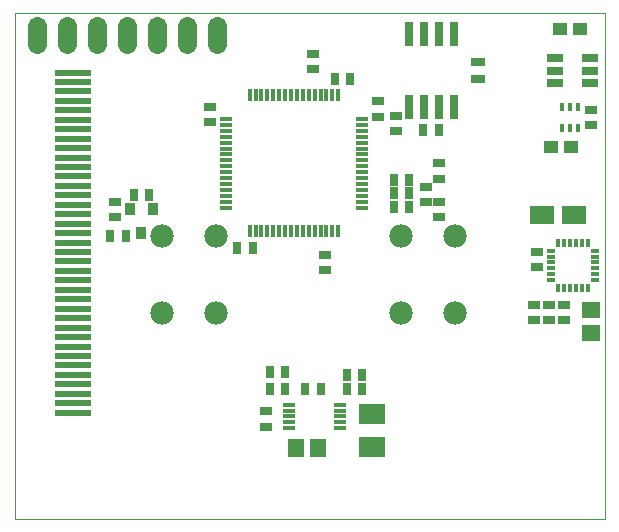
<source format=gbs>
G75*
%MOIN*%
%OFA0B0*%
%FSLAX25Y25*%
%IPPOS*%
%LPD*%
%AMOC8*
5,1,8,0,0,1.08239X$1,22.5*
%
%ADD10C,0.00000*%
%ADD11R,0.04337X0.01266*%
%ADD12R,0.01266X0.04337*%
%ADD13R,0.01542X0.02900*%
%ADD14R,0.01542X0.03156*%
%ADD15R,0.02900X0.01542*%
%ADD16R,0.03156X0.01542*%
%ADD17R,0.12211X0.01975*%
%ADD18R,0.01581X0.02959*%
%ADD19R,0.09061X0.06699*%
%ADD20R,0.03943X0.01542*%
%ADD21R,0.03156X0.03943*%
%ADD22R,0.03943X0.03156*%
%ADD23R,0.05518X0.06306*%
%ADD24R,0.05518X0.03156*%
%ADD25R,0.04731X0.02762*%
%ADD26R,0.03500X0.03900*%
%ADD27C,0.07800*%
%ADD28R,0.04731X0.04337*%
%ADD29R,0.06306X0.05518*%
%ADD30R,0.03000X0.08400*%
%ADD31R,0.08077X0.06306*%
%ADD32C,0.06400*%
D10*
X0001113Y0001800D02*
X0001113Y0170698D01*
X0197767Y0170698D01*
X0197767Y0001800D01*
X0001113Y0001800D01*
D11*
X0071546Y0105698D03*
X0071546Y0107666D03*
X0071546Y0109635D03*
X0071546Y0111603D03*
X0071546Y0113572D03*
X0071546Y0115540D03*
X0071546Y0117509D03*
X0071546Y0119477D03*
X0071546Y0121446D03*
X0071546Y0123414D03*
X0071546Y0125383D03*
X0071546Y0127351D03*
X0071546Y0129320D03*
X0071546Y0131288D03*
X0071546Y0133257D03*
X0071546Y0135225D03*
X0116822Y0135225D03*
X0116822Y0133257D03*
X0116822Y0131288D03*
X0116822Y0129320D03*
X0116822Y0127351D03*
X0116822Y0125383D03*
X0116822Y0123414D03*
X0116822Y0121446D03*
X0116822Y0119477D03*
X0116822Y0117509D03*
X0116822Y0115540D03*
X0116822Y0113572D03*
X0116822Y0111603D03*
X0116822Y0109635D03*
X0116822Y0107666D03*
X0116822Y0105698D03*
D12*
X0108948Y0097824D03*
X0106979Y0097824D03*
X0105011Y0097824D03*
X0103042Y0097824D03*
X0101074Y0097824D03*
X0099105Y0097824D03*
X0097137Y0097824D03*
X0095168Y0097824D03*
X0093200Y0097824D03*
X0091231Y0097824D03*
X0089263Y0097824D03*
X0087294Y0097824D03*
X0085326Y0097824D03*
X0083357Y0097824D03*
X0081389Y0097824D03*
X0079420Y0097824D03*
X0079420Y0143099D03*
X0081389Y0143099D03*
X0083357Y0143099D03*
X0085326Y0143099D03*
X0087294Y0143099D03*
X0089263Y0143099D03*
X0091231Y0143099D03*
X0093200Y0143099D03*
X0095168Y0143099D03*
X0097137Y0143099D03*
X0099105Y0143099D03*
X0101074Y0143099D03*
X0103042Y0143099D03*
X0105011Y0143099D03*
X0106979Y0143099D03*
X0108948Y0143099D03*
D13*
X0182215Y0093828D03*
X0192058Y0093828D03*
X0192058Y0079064D03*
X0182215Y0079064D03*
D14*
X0184184Y0079064D03*
X0186152Y0079064D03*
X0188121Y0079064D03*
X0190089Y0079064D03*
X0190089Y0093828D03*
X0188121Y0093828D03*
X0186152Y0093828D03*
X0184184Y0093828D03*
D15*
X0179755Y0091367D03*
X0179755Y0081524D03*
X0194519Y0081524D03*
X0194519Y0091367D03*
D16*
X0194519Y0089398D03*
X0194519Y0087430D03*
X0194519Y0085461D03*
X0194519Y0083493D03*
X0179755Y0083493D03*
X0179755Y0085461D03*
X0179755Y0087430D03*
X0179755Y0089398D03*
D17*
X0020483Y0090894D03*
X0020483Y0094044D03*
X0020483Y0097194D03*
X0020483Y0100343D03*
X0020483Y0103493D03*
X0020483Y0106643D03*
X0020483Y0109792D03*
X0020483Y0112942D03*
X0020483Y0116091D03*
X0020483Y0119241D03*
X0020483Y0122391D03*
X0020483Y0125540D03*
X0020483Y0128690D03*
X0020483Y0131839D03*
X0020483Y0134989D03*
X0020483Y0138139D03*
X0020483Y0141288D03*
X0020483Y0144438D03*
X0020483Y0147587D03*
X0020483Y0150737D03*
X0020483Y0087745D03*
X0020483Y0084595D03*
X0020483Y0081446D03*
X0020483Y0078296D03*
X0020483Y0075146D03*
X0020483Y0071997D03*
X0020483Y0068847D03*
X0020483Y0065698D03*
X0020483Y0062548D03*
X0020483Y0059398D03*
X0020483Y0056249D03*
X0020483Y0053099D03*
X0020483Y0049950D03*
X0020483Y0046800D03*
X0020483Y0043650D03*
X0020483Y0040501D03*
X0020483Y0037351D03*
D18*
X0183593Y0132115D03*
X0186152Y0132115D03*
X0188711Y0132115D03*
X0188711Y0139202D03*
X0186152Y0139202D03*
X0183593Y0139202D03*
D19*
X0120207Y0036839D03*
X0120207Y0025816D03*
D20*
X0109617Y0032154D03*
X0109617Y0034123D03*
X0109617Y0036091D03*
X0109617Y0038060D03*
X0109617Y0040028D03*
X0092688Y0040028D03*
X0092688Y0038060D03*
X0092688Y0036091D03*
X0092688Y0034123D03*
X0092688Y0032154D03*
D21*
X0091270Y0045107D03*
X0086152Y0045107D03*
X0086152Y0051013D03*
X0091270Y0051013D03*
X0097963Y0045107D03*
X0103081Y0045107D03*
X0111743Y0045107D03*
X0111743Y0050028D03*
X0116861Y0050028D03*
X0116861Y0045107D03*
X0080444Y0092351D03*
X0075326Y0092351D03*
X0045995Y0110068D03*
X0040877Y0110068D03*
X0038121Y0096288D03*
X0033003Y0096288D03*
X0107806Y0148454D03*
X0112924Y0148454D03*
X0137333Y0131721D03*
X0142452Y0131721D03*
X0132609Y0114989D03*
X0132609Y0110461D03*
X0132609Y0105934D03*
X0127491Y0105934D03*
X0127491Y0110461D03*
X0127491Y0114989D03*
D22*
X0138121Y0112627D03*
X0138121Y0107509D03*
X0142648Y0107706D03*
X0142648Y0102587D03*
X0142648Y0115383D03*
X0142648Y0120501D03*
X0128081Y0131131D03*
X0128081Y0136249D03*
X0122176Y0136052D03*
X0122176Y0141170D03*
X0100522Y0151800D03*
X0100522Y0156918D03*
X0066074Y0139202D03*
X0066074Y0134083D03*
X0034578Y0107706D03*
X0034578Y0102587D03*
X0104459Y0089989D03*
X0104459Y0084871D03*
X0084774Y0037824D03*
X0084774Y0032706D03*
X0174341Y0068139D03*
X0179263Y0068139D03*
X0184184Y0068139D03*
X0184184Y0073257D03*
X0179263Y0073257D03*
X0174341Y0073257D03*
X0175326Y0085855D03*
X0175326Y0090973D03*
X0193042Y0133099D03*
X0193042Y0138217D03*
D23*
X0102294Y0025422D03*
X0094814Y0025422D03*
D24*
X0181330Y0147076D03*
X0181330Y0151406D03*
X0181330Y0155737D03*
X0192944Y0155737D03*
X0192944Y0151406D03*
X0192944Y0147076D03*
D25*
X0155641Y0148650D03*
X0155641Y0154162D03*
D26*
X0047136Y0105209D03*
X0039536Y0105209D03*
X0043336Y0097209D03*
D27*
X0050284Y0096293D03*
X0068084Y0096293D03*
X0068084Y0070693D03*
X0050284Y0070693D03*
X0130008Y0070693D03*
X0147808Y0070693D03*
X0147808Y0096293D03*
X0130008Y0096293D03*
D28*
X0179853Y0125816D03*
X0186546Y0125816D03*
X0189499Y0165186D03*
X0182806Y0165186D03*
D29*
X0193042Y0071485D03*
X0193042Y0064005D03*
D30*
X0147393Y0139306D03*
X0142393Y0139306D03*
X0137393Y0139306D03*
X0132393Y0139306D03*
X0132393Y0163506D03*
X0137393Y0163506D03*
X0142393Y0163506D03*
X0147393Y0163506D03*
D31*
X0176802Y0103178D03*
X0187629Y0103178D03*
D32*
X0068515Y0160217D02*
X0068515Y0166217D01*
X0058515Y0166217D02*
X0058515Y0160217D01*
X0048515Y0160217D02*
X0048515Y0166217D01*
X0038515Y0166217D02*
X0038515Y0160217D01*
X0028515Y0160217D02*
X0028515Y0166217D01*
X0018515Y0166217D02*
X0018515Y0160217D01*
X0008515Y0160217D02*
X0008515Y0166217D01*
M02*

</source>
